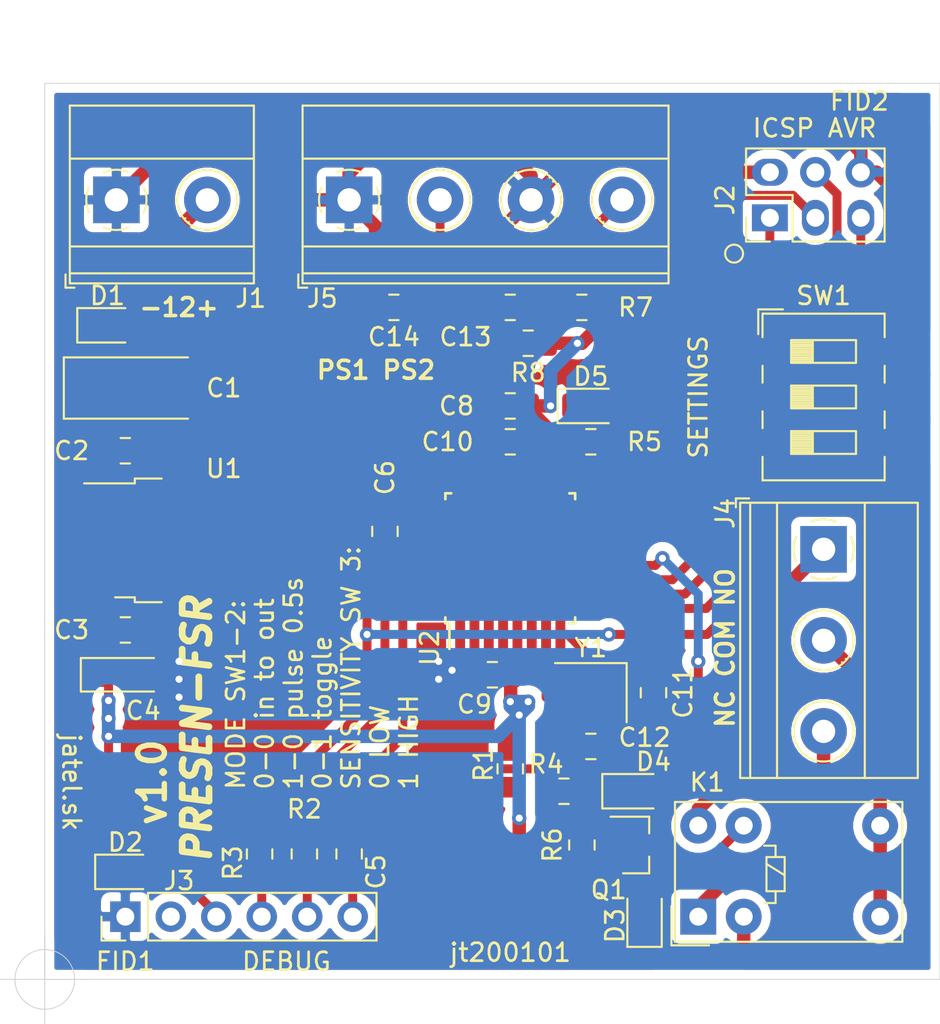
<source format=kicad_pcb>
(kicad_pcb (version 20171130) (host pcbnew 5.1.5-52549c5~84~ubuntu18.04.1)
  (title_block (title PRESEN-FSR) (date 2020-01-03) (rev 0) (company jatel) (comment 1 "Conrad Pressure sensor") (comment 2 "Type - FSR"))
  (layers (0 F.Cu signal hide) (31 B.Cu signal hide) (34 B.Paste user) (35 F.Paste user) (36 B.SilkS user) (37 F.SilkS user) (38 B.Mask user) (39 F.Mask user) (44 Edge.Cuts user))
  (net 0 "")
  (net 1 GND)
  (net 2 "Net-(C1-Pad1)")
  (net 3 +5V)
  (net 4 /RESET)
  (net 5 "Net-(C5-Pad1)")
  (net 6 "Net-(C10-Pad1)")
  (net 7 "Net-(C11-Pad1)")
  (net 8 "Net-(C12-Pad1)")
  (net 9 /A0)
  (net 10 /A1)
  (net 11 "Net-(D1-Pad2)")
  (net 12 "Net-(D2-Pad2)")
  (net 13 "Net-(D3-Pad2)")
  (net 14 /D8)
  (net 15 "Net-(D4-Pad1)")
  (net 16 "Net-(D5-Pad2)")
  (net 17 /MOSI)
  (net 18 /D13-SCK)
  (net 19 /MISO)
  (net 20 "Net-(J3-Pad5)")
  (net 21 "Net-(J3-Pad4)")
  (net 22 "Net-(J3-Pad2)")
  (net 23 /NC)
  (net 24 /COM)
  (net 25 /NO)
  (net 26 "Net-(Q1-Pad1)")
  (net 27 /Tx0)
  (net 28 /Rx0)
  (net 29 /D7)
  (net 30 /D6)
  (net 31 /D5)
  (net 32 "Net-(U2-Pad32)")
  (net 33 "Net-(U2-Pad28)")
  (net 34 "Net-(U2-Pad27)")
  (net 35 "Net-(U2-Pad26)")
  (net 36 "Net-(U2-Pad25)")
  (net 37 "Net-(U2-Pad22)")
  (net 38 "Net-(U2-Pad19)")
  (net 39 "Net-(U2-Pad14)")
  (net 40 "Net-(U2-Pad13)")
  (net 41 "Net-(U2-Pad2)")
  (net 42 "Net-(U2-Pad1)")
  (module Fiducial:Fiducial_1mm_Mask2mm (layer F.Cu) (at 77.5 110.5)
    (fp_text reference FID2 (at -3 -0.5) (layer F.SilkS))
    (fp_text value Fiducial)
    (pad "" smd circle (at 0 0) (size 1 1) (layers F.Cu F.Mask) (clearance 0.5))
  )
  (module Fiducial:Fiducial_1mm_Mask2mm (layer F.Cu) (at 30.5 157.5)
    (fp_text reference FID1 (at 3 0.5) (layer F.SilkS))
    (fp_text value Fiducial)
    (pad "" smd circle (at 0 0) (size 1 1) (layers F.Cu F.Mask) (clearance 0.5))
  )
  (module Crystal:Crystal_SMD_3225-4Pin_3.2x2.5mm (layer F.Cu) (at 59.5 143 180)
    (fp_text reference Y1 (at 0 2.5) (layer F.SilkS))
    (fp_text value 16Mhz)
    (pad 4 smd roundrect (at -1.1 -0.85 180) (size 1.4 1.2) (layers F.Cu F.Paste F.Mask) (net 1 GND))
    (pad 3 smd roundrect (at 1.1 -0.85 180) (size 1.4 1.2) (layers F.Cu F.Paste F.Mask) (net 8 "Net-(C12-Pad1)"))
    (pad 2 smd roundrect (at 1.1 0.85 180) (size 1.4 1.2) (layers F.Cu F.Paste F.Mask) (net 1 GND))
    (pad 1 smd roundrect (at -1.1 0.85 180) (size 1.4 1.2) (layers F.Cu F.Paste F.Mask) (net 7 "Net-(C11-Pad1)"))
  )
  (module Package_QFP:TQFP-32_7x7mm_P0.8mm (layer F.Cu) (at 55 135.5 90)
    (fp_text reference U2 (at -5 -4.5 90) (layer F.SilkS))
    (fp_text value ATmega328-AU)
    (pad 32 smd rect (at -2.8 -4.25 180) (size 1.6 0.55) (layers F.Cu F.Paste F.Mask) (net 32 "Net-(U2-Pad32)"))
    (pad 31 smd rect (at -2 -4.25 180) (size 1.6 0.55) (layers F.Cu F.Paste F.Mask) (net 27 /Tx0))
    (pad 30 smd rect (at -1.2 -4.25 180) (size 1.6 0.55) (layers F.Cu F.Paste F.Mask) (net 28 /Rx0))
    (pad 29 smd rect (at -0.4 -4.25 180) (size 1.6 0.55) (layers F.Cu F.Paste F.Mask) (net 4 /RESET))
    (pad 28 smd rect (at 0.4 -4.25 180) (size 1.6 0.55) (layers F.Cu F.Paste F.Mask) (net 33 "Net-(U2-Pad28)"))
    (pad 27 smd rect (at 1.2 -4.25 180) (size 1.6 0.55) (layers F.Cu F.Paste F.Mask) (net 34 "Net-(U2-Pad27)"))
    (pad 26 smd rect (at 2 -4.25 180) (size 1.6 0.55) (layers F.Cu F.Paste F.Mask) (net 35 "Net-(U2-Pad26)"))
    (pad 25 smd rect (at 2.8 -4.25 180) (size 1.6 0.55) (layers F.Cu F.Paste F.Mask) (net 36 "Net-(U2-Pad25)"))
    (pad 24 smd rect (at 4.25 -2.8 90) (size 1.6 0.55) (layers F.Cu F.Paste F.Mask) (net 10 /A1))
    (pad 23 smd rect (at 4.25 -2 90) (size 1.6 0.55) (layers F.Cu F.Paste F.Mask) (net 9 /A0))
    (pad 22 smd rect (at 4.25 -1.2 90) (size 1.6 0.55) (layers F.Cu F.Paste F.Mask) (net 37 "Net-(U2-Pad22)"))
    (pad 21 smd rect (at 4.25 -0.4 90) (size 1.6 0.55) (layers F.Cu F.Paste F.Mask) (net 1 GND))
    (pad 20 smd rect (at 4.25 0.4 90) (size 1.6 0.55) (layers F.Cu F.Paste F.Mask) (net 6 "Net-(C10-Pad1)"))
    (pad 19 smd rect (at 4.25 1.2 90) (size 1.6 0.55) (layers F.Cu F.Paste F.Mask) (net 38 "Net-(U2-Pad19)"))
    (pad 18 smd rect (at 4.25 2 90) (size 1.6 0.55) (layers F.Cu F.Paste F.Mask) (net 3 +5V))
    (pad 17 smd rect (at 4.25 2.8 90) (size 1.6 0.55) (layers F.Cu F.Paste F.Mask) (net 18 /D13-SCK))
    (pad 16 smd rect (at 2.8 4.25 180) (size 1.6 0.55) (layers F.Cu F.Paste F.Mask) (net 19 /MISO))
    (pad 15 smd rect (at 2 4.25 180) (size 1.6 0.55) (layers F.Cu F.Paste F.Mask) (net 17 /MOSI))
    (pad 14 smd rect (at 1.2 4.25 180) (size 1.6 0.55) (layers F.Cu F.Paste F.Mask) (net 39 "Net-(U2-Pad14)"))
    (pad 13 smd rect (at 0.4 4.25 180) (size 1.6 0.55) (layers F.Cu F.Paste F.Mask) (net 40 "Net-(U2-Pad13)"))
    (pad 12 smd rect (at -0.4 4.25 180) (size 1.6 0.55) (layers F.Cu F.Paste F.Mask) (net 14 /D8))
    (pad 11 smd rect (at -1.2 4.25 180) (size 1.6 0.55) (layers F.Cu F.Paste F.Mask) (net 29 /D7))
    (pad 10 smd rect (at -2 4.25 180) (size 1.6 0.55) (layers F.Cu F.Paste F.Mask) (net 30 /D6))
    (pad 9 smd rect (at -2.8 4.25 180) (size 1.6 0.55) (layers F.Cu F.Paste F.Mask) (net 31 /D5))
    (pad 8 smd rect (at -4.25 2.8 90) (size 1.6 0.55) (layers F.Cu F.Paste F.Mask) (net 7 "Net-(C11-Pad1)"))
    (pad 7 smd rect (at -4.25 2 90) (size 1.6 0.55) (layers F.Cu F.Paste F.Mask) (net 8 "Net-(C12-Pad1)"))
    (pad 6 smd rect (at -4.25 1.2 90) (size 1.6 0.55) (layers F.Cu F.Paste F.Mask) (net 3 +5V))
    (pad 5 smd rect (at -4.25 0.4 90) (size 1.6 0.55) (layers F.Cu F.Paste F.Mask) (net 1 GND))
    (pad 4 smd rect (at -4.25 -0.4 90) (size 1.6 0.55) (layers F.Cu F.Paste F.Mask) (net 3 +5V))
    (pad 3 smd rect (at -4.25 -1.2 90) (size 1.6 0.55) (layers F.Cu F.Paste F.Mask) (net 1 GND))
    (pad 2 smd rect (at -4.25 -2 90) (size 1.6 0.55) (layers F.Cu F.Paste F.Mask) (net 41 "Net-(U2-Pad2)"))
    (pad 1 smd rect (at -4.25 -2.8 90) (size 1.6 0.55) (layers F.Cu F.Paste F.Mask) (net 42 "Net-(U2-Pad1)"))
  )
  (module Package_TO_SOT_SMD:TO-252-2 (layer F.Cu) (at 36.5 134.5)
    (fp_text reference U1 (at 2.5 -4) (layer F.SilkS))
    (fp_text value L7805)
    (pad 2 smd rect (at 2.1 0) (size 6.4 5.8) (layers F.Cu F.Mask) (net 1 GND))
    (pad 3 smd rect (at -4.2 2.28) (size 2.2 1.2) (layers F.Cu F.Paste F.Mask) (net 3 +5V))
    (pad 1 smd rect (at -4.2 -2.28) (size 2.2 1.2) (layers F.Cu F.Paste F.Mask) (net 2 "Net-(C1-Pad1)"))
  )
  (module Button_Switch_SMD:SW_DIP_SPSTx03_Slide_6.7x9.18mm_W8.61mm_P2.54mm_LowProfile (layer F.Cu) (at 72.5 126.5)
    (fp_text reference SW1 (at 0 -5.65) (layer F.SilkS))
    (fp_text value SETTINGS)
    (pad 6 smd rect (at 4.305 -2.54) (size 2.44 1.12) (layers F.Cu F.Paste F.Mask) (net 1 GND))
    (pad 3 smd rect (at -4.305 2.54) (size 2.44 1.12) (layers F.Cu F.Paste F.Mask) (net 31 /D5))
    (pad 5 smd rect (at 4.305 0) (size 2.44 1.12) (layers F.Cu F.Paste F.Mask) (net 1 GND))
    (pad 2 smd rect (at -4.305 0) (size 2.44 1.12) (layers F.Cu F.Paste F.Mask) (net 30 /D6))
    (pad 4 smd rect (at 4.305 2.54) (size 2.44 1.12) (layers F.Cu F.Paste F.Mask) (net 1 GND))
    (pad 1 smd rect (at -4.305 -2.54) (size 2.44 1.12) (layers F.Cu F.Paste F.Mask) (net 29 /D7))
  )
  (module Resistor_SMD:R_0805_2012Metric_Pad1.15x1.40mm_HandSolder (layer F.Cu) (at 56 123.5 180)
    (fp_text reference R8 (at 0 -1.65) (layer F.SilkS))
    (fp_text value 1M)
    (pad 2 smd roundrect (at 1.025 0 180) (size 1.15 1.4) (layers F.Cu F.Paste F.Mask) (roundrect_rratio 0.217391) (net 10 /A1))
    (pad 1 smd roundrect (at -1.025 0 180) (size 1.15 1.4) (layers F.Cu F.Paste F.Mask) (roundrect_rratio 0.217391) (net 3 +5V))
  )
  (module Resistor_SMD:R_0805_2012Metric_Pad1.15x1.40mm_HandSolder (layer F.Cu) (at 59 121.5 180)
    (fp_text reference R7 (at -3 0) (layer F.SilkS))
    (fp_text value 1M)
    (pad 2 smd roundrect (at 1.025 0 180) (size 1.15 1.4) (layers F.Cu F.Paste F.Mask) (roundrect_rratio 0.217391) (net 9 /A0))
    (pad 1 smd roundrect (at -1.025 0 180) (size 1.15 1.4) (layers F.Cu F.Paste F.Mask) (roundrect_rratio 0.217391) (net 3 +5V))
  )
  (module Resistor_SMD:R_0805_2012Metric_Pad1.15x1.40mm_HandSolder (layer F.Cu) (at 59 151.5 90)
    (fp_text reference R6 (at 0 -1.65 90) (layer F.SilkS))
    (fp_text value 1k)
    (pad 2 smd roundrect (at 1.025 0 90) (size 1.15 1.4) (layers F.Cu F.Paste F.Mask) (roundrect_rratio 0.217391) (net 26 "Net-(Q1-Pad1)"))
    (pad 1 smd roundrect (at -1.025 0 90) (size 1.15 1.4) (layers F.Cu F.Paste F.Mask) (roundrect_rratio 0.217391) (net 1 GND))
  )
  (module Resistor_SMD:R_0805_2012Metric_Pad1.15x1.40mm_HandSolder (layer F.Cu) (at 59.5 129 180)
    (fp_text reference R5 (at -3 0) (layer F.SilkS))
    (fp_text value 1k)
    (pad 2 smd roundrect (at 1.025 0 180) (size 1.15 1.4) (layers F.Cu F.Paste F.Mask) (roundrect_rratio 0.217391) (net 18 /D13-SCK))
    (pad 1 smd roundrect (at -1.025 0 180) (size 1.15 1.4) (layers F.Cu F.Paste F.Mask) (roundrect_rratio 0.217391) (net 16 "Net-(D5-Pad2)"))
  )
  (module Resistor_SMD:R_0805_2012Metric_Pad1.15x1.40mm_HandSolder (layer F.Cu) (at 58 148.5)
    (fp_text reference R4 (at -1 -1.5) (layer F.SilkS))
    (fp_text value 1k)
    (pad 2 smd roundrect (at 1.025 0) (size 1.15 1.4) (layers F.Cu F.Paste F.Mask) (roundrect_rratio 0.217391) (net 15 "Net-(D4-Pad1)"))
    (pad 1 smd roundrect (at -1.025 0) (size 1.15 1.4) (layers F.Cu F.Paste F.Mask) (roundrect_rratio 0.217391) (net 26 "Net-(Q1-Pad1)"))
  )
  (module Resistor_SMD:R_0805_2012Metric_Pad1.15x1.40mm_HandSolder (layer F.Cu) (at 41 152 90)
    (fp_text reference R3 (at -0.5 -1.5 90) (layer F.SilkS))
    (fp_text value 1k)
    (pad 2 smd roundrect (at 1.025 0 90) (size 1.15 1.4) (layers F.Cu F.Paste F.Mask) (roundrect_rratio 0.217391) (net 28 /Rx0))
    (pad 1 smd roundrect (at -1.025 0 90) (size 1.15 1.4) (layers F.Cu F.Paste F.Mask) (roundrect_rratio 0.217391) (net 21 "Net-(J3-Pad4)"))
  )
  (module Resistor_SMD:R_0805_2012Metric_Pad1.15x1.40mm_HandSolder (layer F.Cu) (at 43.5 152 90)
    (fp_text reference R2 (at 2.5 0 180) (layer F.SilkS))
    (fp_text value 1k)
    (pad 2 smd roundrect (at 1.025 0 90) (size 1.15 1.4) (layers F.Cu F.Paste F.Mask) (roundrect_rratio 0.217391) (net 27 /Tx0))
    (pad 1 smd roundrect (at -1.025 0 90) (size 1.15 1.4) (layers F.Cu F.Paste F.Mask) (roundrect_rratio 0.217391) (net 20 "Net-(J3-Pad5)"))
  )
  (module Resistor_SMD:R_0805_2012Metric_Pad1.15x1.40mm_HandSolder (layer F.Cu) (at 55 147.25 270)
    (fp_text reference R1 (at -0.25 1.5 90) (layer F.SilkS))
    (fp_text value 1k)
    (pad 2 smd roundrect (at 1.025 0 270) (size 1.15 1.4) (layers F.Cu F.Paste F.Mask) (roundrect_rratio 0.217391) (net 4 /RESET))
    (pad 1 smd roundrect (at -1.025 0 270) (size 1.15 1.4) (layers F.Cu F.Paste F.Mask) (roundrect_rratio 0.217391) (net 3 +5V))
  )
  (module Package_TO_SOT_SMD:SOT-23 (layer F.Cu) (at 62 151.5)
    (fp_text reference Q1 (at -1.5 2.5) (layer F.SilkS))
    (fp_text value BC846)
    (pad 3 smd rect (at 1 0) (size 0.9 0.8) (layers F.Cu F.Paste F.Mask) (net 13 "Net-(D3-Pad2)"))
    (pad 2 smd rect (at -1 0.95) (size 0.9 0.8) (layers F.Cu F.Paste F.Mask) (net 1 GND))
    (pad 1 smd rect (at -1 -0.95) (size 0.9 0.8) (layers F.Cu F.Paste F.Mask) (net 26 "Net-(Q1-Pad1)"))
  )
  (module Relay_THT:Relay_SPDT_Omron_G5V-1 (layer F.Cu) (at 65.5 155.5 90)
    (fp_text reference K1 (at 7.5 0.5 180) (layer F.SilkS))
    (fp_text value G5V-1)
    (pad 5 thru_hole circle (at 0 10.16 90) (size 2 2) (drill 1) (layers *.Cu *.Mask) (net 24 /COM))
    (pad 6 thru_hole circle (at 5.08 10.16 90) (size 2 2) (drill 1) (layers *.Cu *.Mask) (net 24 /COM))
    (pad 2 thru_hole circle (at 0 2.54 90) (size 2 2) (drill 1) (layers *.Cu *.Mask) (net 3 +5V))
    (pad 1 thru_hole rect (at 0 0 90) (size 2 2) (drill 1) (layers *.Cu *.Mask) (net 23 /NC))
    (pad 9 thru_hole circle (at 5.08 2.54 90) (size 2 2) (drill 1) (layers *.Cu *.Mask) (net 13 "Net-(D3-Pad2)"))
    (pad 10 thru_hole circle (at 5.08 0 90) (size 2 2) (drill 1) (layers *.Cu *.Mask) (net 25 /NO))
  )
  (module TerminalBlock_Phoenix:TerminalBlock_Phoenix_MKDS-1,5-4-5.08_1x04_P5.08mm_Horizontal (layer F.Cu) (at 46 115.5)
    (fp_text reference J5 (at -1.5 5.5) (layer F.SilkS))
    (fp_text value 2xFSR)
    (pad 4 thru_hole circle (at 15.24 0) (size 2.6 2.6) (drill 1.3) (layers *.Cu *.Mask) (net 9 /A0))
    (pad 3 thru_hole circle (at 10.16 0) (size 2.6 2.6) (drill 1.3) (layers *.Cu *.Mask) (net 1 GND))
    (pad 2 thru_hole circle (at 5.08 0) (size 2.6 2.6) (drill 1.3) (layers *.Cu *.Mask) (net 10 /A1))
    (pad 1 thru_hole rect (at 0 0) (size 2.6 2.6) (drill 1.3) (layers *.Cu *.Mask) (net 1 GND))
  )
  (module TerminalBlock_Phoenix:TerminalBlock_Phoenix_MKDS-1,5-3-5.08_1x03_P5.08mm_Horizontal (layer F.Cu) (at 72.5 135 270)
    (fp_text reference J4 (at -2 5.5 90) (layer F.SilkS))
    (fp_text value OUT)
    (pad 3 thru_hole circle (at 10.16 0 270) (size 2.6 2.6) (drill 1.3) (layers *.Cu *.Mask) (net 23 /NC))
    (pad 2 thru_hole circle (at 5.08 0 270) (size 2.6 2.6) (drill 1.3) (layers *.Cu *.Mask) (net 24 /COM))
    (pad 1 thru_hole rect (at 0 0 270) (size 2.6 2.6) (drill 1.3) (layers *.Cu *.Mask) (net 25 /NO))
  )
  (module Connector_PinHeader_2.54mm:PinHeader_1x06_P2.54mm_Vertical (layer F.Cu) (at 33.5 155.5 90)
    (fp_text reference J3 (at 2 3 180) (layer F.SilkS))
    (fp_text value Debug)
    (pad 6 thru_hole oval (at 0 12.7 90) (size 1.7 1.7) (drill 1) (layers *.Cu *.Mask) (net 5 "Net-(C5-Pad1)"))
    (pad 5 thru_hole oval (at 0 10.16 90) (size 1.7 1.7) (drill 1) (layers *.Cu *.Mask) (net 20 "Net-(J3-Pad5)"))
    (pad 4 thru_hole oval (at 0 7.62 90) (size 1.7 1.7) (drill 1) (layers *.Cu *.Mask) (net 21 "Net-(J3-Pad4)"))
    (pad 3 thru_hole oval (at 0 5.08 90) (size 1.7 1.7) (drill 1) (layers *.Cu *.Mask) (net 12 "Net-(D2-Pad2)"))
    (pad 2 thru_hole oval (at 0 2.54 90) (size 1.7 1.7) (drill 1) (layers *.Cu *.Mask) (net 22 "Net-(J3-Pad2)"))
    (pad 1 thru_hole rect (at 0 0 90) (size 1.7 1.7) (drill 1) (layers *.Cu *.Mask) (net 1 GND))
  )
  (module Connector_PinHeader_2.54mm:PinHeader_2x03_P2.54mm_Vertical (layer F.Cu) (at 69.5 116.5 90)
    (fp_text reference J2 (at 1 -2.5 270) (layer F.SilkS))
    (fp_text value AVR-ISP-6)
    (pad 6 thru_hole oval (at 2.54 5.08 90) (size 1.7 1.7) (drill 1) (layers *.Cu *.Mask) (net 1 GND))
    (pad 5 thru_hole oval (at 0 5.08 90) (size 2 1.5) (drill 1) (layers *.Cu *.Mask) (net 4 /RESET))
    (pad 4 thru_hole oval (at 2.54 2.54 90) (size 1.7 1.7) (drill 1) (layers *.Cu *.Mask) (net 17 /MOSI))
    (pad 3 thru_hole oval (at 0 2.54 90) (size 2 1.5) (drill 1) (layers *.Cu *.Mask) (net 18 /D13-SCK))
    (pad 2 thru_hole oval (at 2.54 0 90) (size 1.5 2) (drill 1) (layers *.Cu *.Mask) (net 3 +5V))
    (pad 1 thru_hole rect (at 0 0 90) (size 1.5 2) (drill 1) (layers *.Cu *.Mask) (net 19 /MISO))
  )
  (module TerminalBlock_Phoenix:TerminalBlock_Phoenix_MKDS-1,5-2-5.08_1x02_P5.08mm_Horizontal (layer F.Cu) (at 33 115.5)
    (fp_text reference J1 (at 7.5 5.5) (layer F.SilkS))
    (fp_text value 12V)
    (pad 2 thru_hole circle (at 5.08 0) (size 2.6 2.6) (drill 1.3) (layers *.Cu *.Mask) (net 11 "Net-(D1-Pad2)"))
    (pad 1 thru_hole rect (at 0 0) (size 2.6 2.6) (drill 1.3) (layers *.Cu *.Mask) (net 1 GND))
  )
  (module LED_SMD:LED_0805_2012Metric_Pad1.15x1.40mm_HandSolder (layer F.Cu) (at 59.5 127)
    (fp_text reference D5 (at 0 -1.65) (layer F.SilkS))
    (fp_text value Grn)
    (pad 2 smd roundrect (at 1.025 0) (size 1.15 1.4) (layers F.Cu F.Paste F.Mask) (roundrect_rratio 0.217391) (net 16 "Net-(D5-Pad2)"))
    (pad 1 smd roundrect (at -1.025 0) (size 1.15 1.4) (layers F.Cu F.Paste F.Mask) (roundrect_rratio 0.217391) (net 1 GND))
  )
  (module LED_SMD:LED_0805_2012Metric_Pad1.15x1.40mm_HandSolder (layer F.Cu) (at 62 148.5)
    (fp_text reference D4 (at 1 -1.65) (layer F.SilkS))
    (fp_text value Red)
    (pad 2 smd roundrect (at 1.025 0) (size 1.15 1.4) (layers F.Cu F.Paste F.Mask) (roundrect_rratio 0.217391) (net 14 /D8))
    (pad 1 smd roundrect (at -1.025 0) (size 1.15 1.4) (layers F.Cu F.Paste F.Mask) (roundrect_rratio 0.217391) (net 15 "Net-(D4-Pad1)"))
  )
  (module Diode_SMD:D_0805_2012Metric (layer F.Cu) (at 62.5 155.5 90)
    (fp_text reference D3 (at -0.5 -1.65 90) (layer F.SilkS))
    (fp_text value TS4148)
    (pad 2 smd roundrect (at 0.9375 0 90) (size 0.975 1.4) (layers F.Cu F.Paste F.Mask) (net 13 "Net-(D3-Pad2)"))
    (pad 1 smd roundrect (at -0.9375 0 90) (size 0.975 1.4) (layers F.Cu F.Paste F.Mask) (net 3 +5V))
  )
  (module Diode_SMD:D_0805_2012Metric (layer F.Cu) (at 33.5 153)
    (fp_text reference D2 (at 0 -1.65) (layer F.SilkS))
    (fp_text value TS4148)
    (pad 2 smd roundrect (at 0.9375 0) (size 0.975 1.4) (layers F.Cu F.Paste F.Mask) (net 12 "Net-(D2-Pad2)"))
    (pad 1 smd roundrect (at -0.9375 0) (size 0.975 1.4) (layers F.Cu F.Paste F.Mask) (net 3 +5V))
  )
  (module Diode_SMD:D_0805_2012Metric (layer F.Cu) (at 32.5 122.5)
    (fp_text reference D1 (at 0 -1.65) (layer F.SilkS))
    (fp_text value TS4148)
    (pad 2 smd roundrect (at 0.9375 0) (size 0.975 1.4) (layers F.Cu F.Paste F.Mask) (net 11 "Net-(D1-Pad2)"))
    (pad 1 smd roundrect (at -0.9375 0) (size 0.975 1.4) (layers F.Cu F.Paste F.Mask) (net 2 "Net-(C1-Pad1)"))
  )
  (module Capacitor_SMD:C_0805_2012Metric_Pad1.15x1.40mm_HandSolder (layer F.Cu) (at 48.5 121.5 180)
    (fp_text reference C14 (at 0 -1.65) (layer F.SilkS))
    (fp_text value 1n)
    (pad 2 smd roundrect (at 1.025 0 180) (size 1.15 1.4) (layers F.Cu F.Paste F.Mask) (roundrect_rratio 0.217391) (net 1 GND))
    (pad 1 smd roundrect (at -1.025 0 180) (size 1.15 1.4) (layers F.Cu F.Paste F.Mask) (roundrect_rratio 0.217391) (net 10 /A1))
  )
  (module Capacitor_SMD:C_0805_2012Metric_Pad1.15x1.40mm_HandSolder (layer F.Cu) (at 55 121.5 180)
    (fp_text reference C13 (at 2.5 -1.65) (layer F.SilkS))
    (fp_text value 1n)
    (pad 2 smd roundrect (at 1.025 0 180) (size 1.15 1.4) (layers F.Cu F.Paste F.Mask) (roundrect_rratio 0.217391) (net 1 GND))
    (pad 1 smd roundrect (at -1.025 0 180) (size 1.15 1.4) (layers F.Cu F.Paste F.Mask) (roundrect_rratio 0.217391) (net 9 /A0))
  )
  (module Capacitor_SMD:C_0805_2012Metric_Pad1.15x1.40mm_HandSolder (layer F.Cu) (at 59.5 146)
    (fp_text reference C12 (at 3 -0.5) (layer F.SilkS))
    (fp_text value 22p)
    (pad 2 smd roundrect (at 1.025 0) (size 1.15 1.4) (layers F.Cu F.Paste F.Mask) (roundrect_rratio 0.217391) (net 1 GND))
    (pad 1 smd roundrect (at -1.025 0) (size 1.15 1.4) (layers F.Cu F.Paste F.Mask) (roundrect_rratio 0.217391) (net 8 "Net-(C12-Pad1)"))
  )
  (module Capacitor_SMD:C_0805_2012Metric_Pad1.15x1.40mm_HandSolder (layer F.Cu) (at 63 143 270)
    (fp_text reference C11 (at 0 -1.65 90) (layer F.SilkS))
    (fp_text value 22p)
    (pad 2 smd roundrect (at 1.025 0 270) (size 1.15 1.4) (layers F.Cu F.Paste F.Mask) (roundrect_rratio 0.217391) (net 1 GND))
    (pad 1 smd roundrect (at -1.025 0 270) (size 1.15 1.4) (layers F.Cu F.Paste F.Mask) (roundrect_rratio 0.217391) (net 7 "Net-(C11-Pad1)"))
  )
  (module Capacitor_SMD:C_0805_2012Metric_Pad1.15x1.40mm_HandSolder (layer F.Cu) (at 55 129 180)
    (fp_text reference C10 (at 3.5 0) (layer F.SilkS))
    (fp_text value 100n)
    (pad 2 smd roundrect (at 1.025 0 180) (size 1.15 1.4) (layers F.Cu F.Paste F.Mask) (roundrect_rratio 0.217391) (net 1 GND))
    (pad 1 smd roundrect (at -1.025 0 180) (size 1.15 1.4) (layers F.Cu F.Paste F.Mask) (roundrect_rratio 0.217391) (net 6 "Net-(C10-Pad1)"))
  )
  (module Capacitor_SMD:C_0805_2012Metric_Pad1.15x1.40mm_HandSolder (layer F.Cu) (at 54 142 180)
    (fp_text reference C9 (at 1 -1.65) (layer F.SilkS))
    (fp_text value 100n)
    (pad 2 smd roundrect (at 1.025 0 180) (size 1.15 1.4) (layers F.Cu F.Paste F.Mask) (roundrect_rratio 0.217391) (net 1 GND))
    (pad 1 smd roundrect (at -1.025 0 180) (size 1.15 1.4) (layers F.Cu F.Paste F.Mask) (roundrect_rratio 0.217391) (net 3 +5V))
  )
  (module Capacitor_SMD:C_0805_2012Metric_Pad1.15x1.40mm_HandSolder (layer F.Cu) (at 55 127 180)
    (fp_text reference C8 (at 3 0) (layer F.SilkS))
    (fp_text value 100n)
    (pad 2 smd roundrect (at 1.025 0 180) (size 1.15 1.4) (layers F.Cu F.Paste F.Mask) (roundrect_rratio 0.217391) (net 1 GND))
    (pad 1 smd roundrect (at -1.025 0 180) (size 1.15 1.4) (layers F.Cu F.Paste F.Mask) (roundrect_rratio 0.217391) (net 3 +5V))
  )
  (module Capacitor_SMD:C_0805_2012Metric_Pad1.15x1.40mm_HandSolder (layer F.Cu) (at 48 134 90)
    (fp_text reference C6 (at 3 0 90) (layer F.SilkS))
    (fp_text value 10n)
    (pad 2 smd roundrect (at 1.025 0 90) (size 1.15 1.4) (layers F.Cu F.Paste F.Mask) (roundrect_rratio 0.217391) (net 1 GND))
    (pad 1 smd roundrect (at -1.025 0 90) (size 1.15 1.4) (layers F.Cu F.Paste F.Mask) (roundrect_rratio 0.217391) (net 4 /RESET))
  )
  (module Capacitor_SMD:C_0805_2012Metric_Pad1.15x1.40mm_HandSolder (layer F.Cu) (at 46 152 90)
    (fp_text reference C5 (at -1 1.5 90) (layer F.SilkS))
    (fp_text value 100n)
    (pad 2 smd roundrect (at 1.025 0 90) (size 1.15 1.4) (layers F.Cu F.Paste F.Mask) (roundrect_rratio 0.217391) (net 4 /RESET))
    (pad 1 smd roundrect (at -1.025 0 90) (size 1.15 1.4) (layers F.Cu F.Paste F.Mask) (roundrect_rratio 0.217391) (net 5 "Net-(C5-Pad1)"))
  )
  (module Capacitor_Tantalum_SMD:CP_EIA-3216-12_Kemet-S_Pad1.58x1.35mm_HandSolder (layer F.Cu) (at 33.5 142)
    (fp_text reference C4 (at 1 2) (layer F.SilkS))
    (fp_text value 10u/10V)
    (pad 2 smd roundrect (at 1.4375 0) (size 1.575 1.35) (layers F.Cu F.Paste F.Mask) (roundrect_rratio 0.185185) (net 1 GND))
    (pad 1 smd roundrect (at -1.4375 0) (size 1.575 1.35) (layers F.Cu F.Paste F.Mask) (roundrect_rratio 0.185185) (net 3 +5V))
  )
  (module Capacitor_SMD:C_0805_2012Metric_Pad1.15x1.40mm_HandSolder (layer F.Cu) (at 33.5 139.5)
    (fp_text reference C3 (at -3 0) (layer F.SilkS))
    (fp_text value 100n)
    (pad 2 smd roundrect (at 1.025 0) (size 1.15 1.4) (layers F.Cu F.Paste F.Mask) (roundrect_rratio 0.217391) (net 1 GND))
    (pad 1 smd roundrect (at -1.025 0) (size 1.15 1.4) (layers F.Cu F.Paste F.Mask) (roundrect_rratio 0.217391) (net 3 +5V))
  )
  (module Capacitor_SMD:C_0805_2012Metric_Pad1.15x1.40mm_HandSolder (layer F.Cu) (at 33.5 129.5)
    (fp_text reference C2 (at -3 0) (layer F.SilkS))
    (fp_text value 100n)
    (pad 2 smd roundrect (at 1.025 0) (size 1.15 1.4) (layers F.Cu F.Paste F.Mask) (roundrect_rratio 0.217391) (net 1 GND))
    (pad 1 smd roundrect (at -1.025 0) (size 1.15 1.4) (layers F.Cu F.Paste F.Mask) (roundrect_rratio 0.217391) (net 2 "Net-(C1-Pad1)"))
  )
  (module Capacitor_Tantalum_SMD:CP_EIA-6032-20_AVX-F_Pad2.25x2.35mm_HandSolder (layer F.Cu) (at 34 126)
    (fp_text reference C1 (at 5 0) (layer F.SilkS))
    (fp_text value 10u/25V)
    (pad 2 smd roundrect (at 2.55 0) (size 2.25 2.35) (layers F.Cu F.Paste F.Mask) (roundrect_rratio 0.111111) (net 1 GND))
    (pad 1 smd roundrect (at -2.55 0) (size 2.25 2.35) (layers F.Cu F.Paste F.Mask) (roundrect_rratio 0.111111) (net 2 "Net-(C1-Pad1)"))
  )
  (gr_text jt200101 (at 55 157.5) (layer F.SilkS) (effects (font (size 1 1))))
  (gr_text "MODE SW1-2:\n0-0 in to out\n1-0 pulse 0.5s\n0-1 toggle\nSENSITIVITY SW 3:\n0 LOW\n1 HIGH" (at 44.5 148.5 90) (layer F.SilkS) (effects (font (size 1 1)) (justify left)))
  (gr_circle (center 67.5 118.5) (end 68 118.5) (layer F.SilkS) (width 0.12))
  (gr_text v1.0 (at 35 148 90) (layer F.SilkS) (effects (font (size 1.5 1.5) (thickness 0.3))))
  (gr_text jatel.sk (at 30.5 148 270) (layer F.SilkS) (effects (font (size 1 1))))
  (gr_text PRESEN-FSR (at 37.5 145 90) (layer F.SilkS) (effects (font (size 1.5 1.5) (thickness 0.375) italic)))
  (gr_text DEBUG (at 42.5 158) (layer F.SilkS) (effects (font (size 1 1))))
  (gr_text "ICSP AVR" (at 72 111.5) (layer F.SilkS) (effects (font (size 1 1))))
  (gr_text "NC COM NO" (at 67 140.5 90) (layer F.SilkS) (effects (font (size 1 1) (thickness 0.2))))
  (gr_text SETTINGS (at 65.5 126.5 90) (layer F.SilkS) (effects (font (size 1 1))))
  (gr_text "PS1 PS2" (at 47.5 125) (layer F.SilkS) (effects (font (size 1 1) (thickness 0.2))))
  (gr_text -12+ (at 36.5 121.5) (layer F.SilkS) (effects (font (size 1 1) (thickness 0.2))))
  (gr_line (start 29 109) (end 29 159) (layer Edge.Cuts) (width 0.05))
  (gr_line (start 79 109) (end 29 109) (layer Edge.Cuts) (width 0.05))
  (gr_line (start 79 159) (end 79 109) (layer Edge.Cuts) (width 0.05))
  (gr_line (start 29 159) (end 79 159) (layer Edge.Cuts) (width 0.05))
  (target plus (at 29 159) (size 5) (width 0.05) (layer Edge.Cuts))
  (via (at 36.5 141.25) (size 0.8) (drill 0.4) (layers F.Cu B.Cu) (net 1))
  (via (at 36.5 143.25) (size 0.8) (drill 0.4) (layers F.Cu B.Cu) (net 1))
  (via (at 51 141.25) (size 0.8) (drill 0.4) (layers F.Cu B.Cu) (net 1))
  (via (at 51 142.25) (size 0.8) (drill 0.4) (layers F.Cu B.Cu) (net 1))
  (via (at 51.75 141.75) (size 0.8) (drill 0.4) (layers F.Cu B.Cu) (net 1))
  (segment (start 33 115.5) (end 36 112.5) (width 0.75) (layer F.Cu) (net 1))
  (segment (start 36 112.5) (end 39.5 112.5) (width 0.75) (layer F.Cu) (net 1))
  (segment (start 39.5 112.5) (end 41 114) (width 0.75) (layer F.Cu) (net 1))
  (segment (start 41 121.55) (end 36.55 126) (width 0.75) (layer F.Cu) (net 1))
  (segment (start 36.55 127.475) (end 34.525 129.5) (width 0.75) (layer F.Cu) (net 1))
  (segment (start 36.55 126) (end 36.55 127.475) (width 0.75) (layer F.Cu) (net 1))
  (segment (start 38.6 133.575) (end 38.6 134.5) (width 0.75) (layer F.Cu) (net 1))
  (segment (start 34.525 129.5) (end 38.6 133.575) (width 0.75) (layer F.Cu) (net 1))
  (segment (start 38.6 135.425) (end 34.525 139.5) (width 0.75) (layer F.Cu) (net 1))
  (segment (start 38.6 134.5) (end 38.6 135.425) (width 0.75) (layer F.Cu) (net 1))
  (segment (start 34.9375 139.9125) (end 34.9375 142) (width 0.75) (layer F.Cu) (net 1))
  (segment (start 34.525 139.5) (end 34.9375 139.9125) (width 0.75) (layer F.Cu) (net 1))
  (segment (start 59.075 152.45) (end 59 152.525) (width 0.75) (layer F.Cu) (net 1))
  (segment (start 61 152.45) (end 59.075 152.45) (width 0.75) (layer F.Cu) (net 1))
  (segment (start 76.805 129.04) (end 76.805 115.305) (width 0.75) (layer F.Cu) (net 1))
  (segment (start 75.46 113.96) (end 74.58 113.96) (width 0.75) (layer F.Cu) (net 1))
  (segment (start 76.805 115.305) (end 75.46 113.96) (width 0.75) (layer F.Cu) (net 1))
  (segment (start 46 115.5) (end 46 114) (width 0.75) (layer F.Cu) (net 1))
  (segment (start 46 114) (end 47.5 112.5) (width 0.75) (layer F.Cu) (net 1))
  (segment (start 47.5 112.5) (end 54.5 112.5) (width 0.75) (layer F.Cu) (net 1))
  (segment (start 56.16 114.16) (end 56.16 115.5) (width 0.75) (layer F.Cu) (net 1))
  (segment (start 54.5 112.5) (end 56.16 114.16) (width 0.75) (layer F.Cu) (net 1))
  (segment (start 41 114) (end 41 115.5) (width 0.75) (layer F.Cu) (net 1))
  (segment (start 46 115.5) (end 41 115.5) (width 0.75) (layer F.Cu) (net 1))
  (segment (start 41 115.5) (end 41 121.55) (width 0.75) (layer F.Cu) (net 1))
  (segment (start 54.6 129.625) (end 53.975 129) (width 0.5) (layer F.Cu) (net 1))
  (segment (start 54.6 131.25) (end 54.6 129.625) (width 0.5) (layer F.Cu) (net 1))
  (segment (start 53.975 129) (end 53.975 127) (width 0.5) (layer F.Cu) (net 1))
  (segment (start 53.8 141.175) (end 53.8 139.75) (width 0.5) (layer F.Cu) (net 1))
  (segment (start 52.975 142) (end 53.8 141.175) (width 0.5) (layer F.Cu) (net 1))
  (segment (start 53.8 139.75) (end 53.8 138.45) (width 0.5) (layer F.Cu) (net 1))
  (segment (start 53.8 138.45) (end 54.25 138) (width 0.5) (layer F.Cu) (net 1))
  (segment (start 55.4 138.4) (end 55.4 139.75) (width 0.5) (layer F.Cu) (net 1))
  (segment (start 55 138) (end 55.4 138.4) (width 0.5) (layer F.Cu) (net 1))
  (segment (start 54.6 131.25) (end 54.6 137.85) (width 0.5) (layer F.Cu) (net 1))
  (segment (start 54.6 137.85) (end 54.75 138) (width 0.5) (layer F.Cu) (net 1))
  (segment (start 54.25 138) (end 54.75 138) (width 0.5) (layer F.Cu) (net 1))
  (segment (start 54.75 138) (end 55 138) (width 0.5) (layer F.Cu) (net 1))
  (segment (start 58.4 142.15) (end 58.65 142.15) (width 0.5) (layer F.Cu) (net 1))
  (segment (start 60.35 143.85) (end 60.6 143.85) (width 0.5) (layer F.Cu) (net 1))
  (segment (start 58.65 142.15) (end 60.35 143.85) (width 0.5) (layer F.Cu) (net 1))
  (segment (start 60.775 144.025) (end 60.6 143.85) (width 0.5) (layer F.Cu) (net 1))
  (segment (start 63 144.025) (end 60.775 144.025) (width 0.5) (layer F.Cu) (net 1))
  (segment (start 60.525 143.925) (end 60.6 143.85) (width 0.5) (layer F.Cu) (net 1))
  (segment (start 60.525 146) (end 60.525 143.925) (width 0.5) (layer F.Cu) (net 1))
  (segment (start 61 152.45) (end 62 151.45) (width 0.5) (layer F.Cu) (net 1))
  (segment (start 62 147.475) (end 60.525 146) (width 0.5) (layer F.Cu) (net 1))
  (segment (start 62 151.45) (end 62 147.475) (width 0.5) (layer F.Cu) (net 1))
  (segment (start 33.5 155.5) (end 33.5 145.25) (width 0.5) (layer F.Cu) (net 1))
  (segment (start 33.5 145.25) (end 34.9375 143.8125) (width 0.5) (layer F.Cu) (net 1))
  (segment (start 53.975 117.685) (end 56.16 115.5) (width 0.75) (layer F.Cu) (net 1))
  (segment (start 53.975 121.5) (end 53.975 117.685) (width 0.75) (layer F.Cu) (net 1))
  (segment (start 48 132.975) (end 48 131.75) (width 0.75) (layer F.Cu) (net 1))
  (segment (start 48 131.75) (end 47.5 131.25) (width 0.75) (layer F.Cu) (net 1))
  (segment (start 41.85 131.25) (end 38.6 134.5) (width 0.75) (layer F.Cu) (net 1))
  (segment (start 47.5 131.25) (end 41.85 131.25) (width 0.75) (layer F.Cu) (net 1))
  (segment (start 74.58 113.96) (end 74.58 112.83) (width 0.75) (layer F.Cu) (net 1))
  (segment (start 74.58 112.83) (end 73.25 111.5) (width 0.75) (layer F.Cu) (net 1))
  (segment (start 60.16 111.5) (end 56.16 115.5) (width 0.75) (layer F.Cu) (net 1))
  (segment (start 73.25 111.5) (end 60.16 111.5) (width 0.75) (layer F.Cu) (net 1))
  (segment (start 52.975 146.475) (end 52.975 142) (width 0.5) (layer F.Cu) (net 1))
  (segment (start 53.75 147.25) (end 52.975 146.475) (width 0.5) (layer F.Cu) (net 1))
  (segment (start 60.525 146) (end 60.525 146.225) (width 0.5) (layer F.Cu) (net 1))
  (segment (start 59.5 147.25) (end 53.75 147.25) (width 0.5) (layer F.Cu) (net 1))
  (segment (start 60.525 146.225) (end 59.5 147.25) (width 0.5) (layer F.Cu) (net 1))
  (segment (start 52 142) (end 51.75 141.75) (width 0.75) (layer F.Cu) (net 1))
  (segment (start 52.975 142) (end 52 142) (width 0.75) (layer F.Cu) (net 1))
  (segment (start 51.25 142.25) (end 51 142.25) (width 0.75) (layer F.Cu) (net 1))
  (segment (start 51.75 141.75) (end 51.25 142.25) (width 0.75) (layer F.Cu) (net 1))
  (segment (start 51 142.25) (end 51 141.25) (width 0.75) (layer F.Cu) (net 1))
  (segment (start 51.25 141.25) (end 51.75 141.75) (width 0.75) (layer F.Cu) (net 1))
  (segment (start 51 141.25) (end 51.25 141.25) (width 0.75) (layer F.Cu) (net 1))
  (via (at 36.5 142.25) (size 0.8) (drill 0.4) (layers F.Cu B.Cu) (net 1))
  (segment (start 51 142.25) (end 36.5 142.25) (width 0.75) (layer B.Cu) (net 1))
  (segment (start 36.5 141.25) (end 36.5 143.25) (width 0.75) (layer F.Cu) (net 1))
  (segment (start 35.6875 141.25) (end 34.9375 142) (width 0.75) (layer F.Cu) (net 1))
  (segment (start 36.5 141.25) (end 35.6875 141.25) (width 0.75) (layer F.Cu) (net 1))
  (segment (start 35.1875 142.25) (end 34.9375 142) (width 0.75) (layer F.Cu) (net 1))
  (segment (start 36.5 142.25) (end 35.1875 142.25) (width 0.75) (layer F.Cu) (net 1))
  (segment (start 36.5 143.25) (end 35 143.25) (width 0.75) (layer F.Cu) (net 1))
  (segment (start 34.9375 143.8125) (end 35 143.25) (width 0.5) (layer F.Cu) (net 1))
  (segment (start 35 143.25) (end 34.9375 142) (width 0.5) (layer F.Cu) (net 1))
  (segment (start 35 142.0625) (end 34.9375 142) (width 0.75) (layer F.Cu) (net 1))
  (segment (start 35 143.25) (end 35 142.0625) (width 0.75) (layer F.Cu) (net 1))
  (segment (start 36.5 141.25) (end 36.5 143.25) (width 0.75) (layer B.Cu) (net 1))
  (segment (start 51 142.25) (end 51 141.25) (width 0.75) (layer B.Cu) (net 1))
  (segment (start 51.25 141.25) (end 51.75 141.75) (width 0.75) (layer B.Cu) (net 1))
  (segment (start 51 141.25) (end 51.25 141.25) (width 0.75) (layer B.Cu) (net 1))
  (segment (start 51.25 142.25) (end 51.75 141.75) (width 0.75) (layer B.Cu) (net 1))
  (segment (start 51 142.25) (end 51.25 142.25) (width 0.75) (layer B.Cu) (net 1))
  (segment (start 53.975 126.025) (end 53.975 127) (width 0.5) (layer F.Cu) (net 1))
  (segment (start 58 125.5) (end 54.5 125.5) (width 0.5) (layer F.Cu) (net 1))
  (segment (start 54.5 125.5) (end 53.975 126.025) (width 0.5) (layer F.Cu) (net 1))
  (segment (start 58.475 127) (end 58.475 125.975) (width 0.5) (layer F.Cu) (net 1))
  (segment (start 58.475 125.975) (end 58 125.5) (width 0.5) (layer F.Cu) (net 1))
  (segment (start 47.475 116.975) (end 46 115.5) (width 0.75) (layer F.Cu) (net 1))
  (segment (start 47.475 121.5) (end 47.475 116.975) (width 0.75) (layer F.Cu) (net 1))
  (segment (start 31.5625 125.8875) (end 31.45 126) (width 0.75) (layer F.Cu) (net 2))
  (segment (start 31.5625 122.5) (end 31.5625 125.8875) (width 0.75) (layer F.Cu) (net 2))
  (segment (start 31.45 128.475) (end 32.475 129.5) (width 0.75) (layer F.Cu) (net 2))
  (segment (start 31.45 126) (end 31.45 128.475) (width 0.75) (layer F.Cu) (net 2))
  (segment (start 32.475 132.045) (end 32.3 132.22) (width 0.75) (layer F.Cu) (net 2))
  (segment (start 32.475 129.5) (end 32.475 132.045) (width 0.75) (layer F.Cu) (net 2))
  (via (at 57.25 127) (size 0.8) (drill 0.4) (layers F.Cu B.Cu) (net 3))
  (via (at 56 143.5) (size 0.8) (drill 0.4) (layers F.Cu B.Cu) (net 3))
  (via (at 55.5 144.25) (size 0.8) (drill 0.4) (layers F.Cu B.Cu) (net 3))
  (segment (start 32.3 141.7625) (end 32.0625 142) (width 0.75) (layer F.Cu) (net 3))
  (segment (start 32.3 136.78) (end 32.3 141.7625) (width 0.75) (layer F.Cu) (net 3))
  (segment (start 62.5 156.4375) (end 63.5625 157.5) (width 0.75) (layer F.Cu) (net 3))
  (segment (start 63.5625 157.5) (end 67.5 157.5) (width 0.75) (layer F.Cu) (net 3))
  (segment (start 68.04 156.96) (end 68.04 155.5) (width 0.75) (layer F.Cu) (net 3))
  (segment (start 67.5 157.5) (end 68.04 156.96) (width 0.75) (layer F.Cu) (net 3))
  (segment (start 57 131.25) (end 57 130) (width 0.5) (layer F.Cu) (net 3))
  (segment (start 57 130) (end 57.25 129.75) (width 0.5) (layer F.Cu) (net 3))
  (segment (start 57.25 128.225) (end 56.025 127) (width 0.5) (layer F.Cu) (net 3))
  (segment (start 57.25 129.75) (end 57.25 128.225) (width 0.5) (layer F.Cu) (net 3))
  (segment (start 54.6 141.575) (end 55.025 142) (width 0.5) (layer F.Cu) (net 3))
  (segment (start 54.6 139.75) (end 54.6 141.575) (width 0.5) (layer F.Cu) (net 3))
  (segment (start 56.2 140.825) (end 55.025 142) (width 0.5) (layer F.Cu) (net 3))
  (segment (start 56.2 139.75) (end 56.2 140.825) (width 0.5) (layer F.Cu) (net 3))
  (segment (start 57 131.25) (end 57 134.5) (width 0.5) (layer F.Cu) (net 3))
  (segment (start 56.2 135.3) (end 56.2 139.75) (width 0.5) (layer F.Cu) (net 3))
  (segment (start 57 134.5) (end 56.2 135.3) (width 0.5) (layer F.Cu) (net 3))
  (segment (start 32.5625 142.5) (end 32.0625 142) (width 0.5) (layer F.Cu) (net 3))
  (segment (start 32.5625 153) (end 32.5625 145.4375) (width 0.5) (layer F.Cu) (net 3))
  (segment (start 32.5625 143.4375) (end 32.5625 142.5) (width 0.5) (layer F.Cu) (net 3))
  (via (at 32.5625 143.4375) (size 0.8) (drill 0.4) (layers F.Cu B.Cu) (net 3))
  (segment (start 32.5625 144.4375) (end 32.5625 143.4375) (width 0.5) (layer F.Cu) (net 3))
  (via (at 32.5625 144.4375) (size 0.8) (drill 0.4) (layers F.Cu B.Cu) (net 3))
  (segment (start 32.5625 145.4375) (end 32.5625 144.4375) (width 0.5) (layer F.Cu) (net 3))
  (via (at 32.5625 145.4375) (size 0.8) (drill 0.4) (layers F.Cu B.Cu) (net 3))
  (via (at 55 143.5) (size 0.8) (drill 0.4) (layers F.Cu B.Cu) (net 3))
  (segment (start 55.025 143.475) (end 55.025 142) (width 0.75) (layer F.Cu) (net 3))
  (segment (start 55 143.5) (end 55.025 143.475) (width 0.75) (layer F.Cu) (net 3))
  (segment (start 56 143.75) (end 55.5 144.25) (width 0.75) (layer F.Cu) (net 3))
  (segment (start 56 143.5) (end 56 143.75) (width 0.75) (layer F.Cu) (net 3))
  (segment (start 55 143.5) (end 56 143.5) (width 0.75) (layer F.Cu) (net 3))
  (segment (start 55.5 144) (end 55 143.5) (width 0.75) (layer F.Cu) (net 3))
  (segment (start 55.5 144.25) (end 55.5 144) (width 0.75) (layer F.Cu) (net 3))
  (segment (start 55 143.5) (end 56 143.5) (width 0.75) (layer B.Cu) (net 3))
  (segment (start 56 143.75) (end 55.5 144.25) (width 0.75) (layer B.Cu) (net 3))
  (segment (start 56 143.5) (end 56 143.75) (width 0.75) (layer B.Cu) (net 3))
  (segment (start 55 143.75) (end 55.5 144.25) (width 0.75) (layer B.Cu) (net 3))
  (segment (start 55 143.5) (end 55 143.75) (width 0.75) (layer B.Cu) (net 3))
  (segment (start 55 143.75) (end 55.5 144.25) (width 0.75) (layer F.Cu) (net 3))
  (segment (start 55 143.5) (end 55 143.75) (width 0.75) (layer F.Cu) (net 3))
  (segment (start 32.5625 143.4375) (end 32.5625 145.4375) (width 0.75) (layer B.Cu) (net 3))
  (segment (start 55 144.75) (end 55.5 144.25) (width 0.75) (layer F.Cu) (net 3))
  (segment (start 55 146.225) (end 55 144.75) (width 0.75) (layer F.Cu) (net 3))
  (via (at 55.5 150) (size 0.8) (drill 0.4) (layers F.Cu B.Cu) (net 3))
  (segment (start 55.5 144.25) (end 55.5 150) (width 0.75) (layer B.Cu) (net 3))
  (segment (start 55.5 150) (end 55.5 152.25) (width 0.75) (layer F.Cu) (net 3))
  (segment (start 59.6875 156.4375) (end 62.5 156.4375) (width 0.75) (layer F.Cu) (net 3))
  (segment (start 55.5 152.25) (end 59.6875 156.4375) (width 0.75) (layer F.Cu) (net 3))
  (segment (start 54.3125 145.4375) (end 55.5 144.25) (width 0.75) (layer B.Cu) (net 3))
  (segment (start 32.5625 145.4375) (end 54.3125 145.4375) (width 0.75) (layer B.Cu) (net 3))
  (segment (start 67.565 113.96) (end 69.5 113.96) (width 0.75) (layer F.Cu) (net 3))
  (segment (start 60.025 121.5) (end 67.565 113.96) (width 0.75) (layer F.Cu) (net 3))
  (segment (start 57.025 123.5) (end 58.75 123.5) (width 0.75) (layer F.Cu) (net 3))
  (segment (start 60.025 122.475) (end 60.025 121.5) (width 0.75) (layer F.Cu) (net 3))
  (segment (start 59 123.5) (end 60.025 122.475) (width 0.75) (layer F.Cu) (net 3))
  (segment (start 58.75 123.5) (end 59 123.5) (width 0.75) (layer F.Cu) (net 3))
  (via (at 58.75 123.5) (size 0.8) (drill 0.4) (layers F.Cu B.Cu) (net 3))
  (segment (start 57.25 127) (end 56.025 127) (width 0.75) (layer F.Cu) (net 3))
  (segment (start 57.25 127) (end 57.25 125) (width 0.75) (layer B.Cu) (net 3))
  (segment (start 57.25 125) (end 58.75 123.5) (width 0.75) (layer B.Cu) (net 3))
  (segment (start 48.875 135.9) (end 48 135.025) (width 0.5) (layer F.Cu) (net 4))
  (segment (start 50.75 135.9) (end 48.875 135.9) (width 0.5) (layer F.Cu) (net 4))
  (segment (start 46 150.975) (end 44.975 152) (width 0.5) (layer F.Cu) (net 4))
  (segment (start 44.975 152) (end 39.75 152) (width 0.5) (layer F.Cu) (net 4))
  (segment (start 39.75 152) (end 39.5 151.75) (width 0.5) (layer F.Cu) (net 4))
  (segment (start 39.5 151.75) (end 39.5 150.25) (width 0.5) (layer F.Cu) (net 4))
  (segment (start 39.5 150.25) (end 40.25 149.5) (width 0.5) (layer F.Cu) (net 4))
  (segment (start 40.25 149.5) (end 41.25 149.5) (width 0.5) (layer F.Cu) (net 4))
  (segment (start 41.25 149.5) (end 47 143.75) (width 0.5) (layer F.Cu) (net 4))
  (segment (start 74.58 116.5) (end 74.58 119.92) (width 0.5) (layer F.Cu) (net 4))
  (segment (start 74.58 119.92) (end 72.25 122.25) (width 0.5) (layer F.Cu) (net 4))
  (segment (start 72.25 122.25) (end 72.25 130.75) (width 0.5) (layer F.Cu) (net 4))
  (segment (start 72.25 130.75) (end 69.75 133.25) (width 0.5) (layer F.Cu) (net 4))
  (segment (start 69.75 133.25) (end 69.75 136) (width 0.5) (layer F.Cu) (net 4))
  (segment (start 69.75 136) (end 66 139.75) (width 0.5) (layer F.Cu) (net 4))
  (via (at 60.5 139.75) (size 0.8) (drill 0.4) (layers F.Cu B.Cu) (net 4))
  (segment (start 66 139.75) (end 60.5 139.75) (width 0.5) (layer F.Cu) (net 4))
  (segment (start 60.5 139.75) (end 47 139.75) (width 0.5) (layer B.Cu) (net 4))
  (segment (start 47 143.75) (end 47 139.75) (width 0.5) (layer F.Cu) (net 4))
  (via (at 47 139.75) (size 0.8) (drill 0.4) (layers F.Cu B.Cu) (net 4))
  (segment (start 48.7 148.275) (end 46 150.975) (width 0.5) (layer F.Cu) (net 4))
  (segment (start 55 148.275) (end 48.7 148.275) (width 0.5) (layer F.Cu) (net 4))
  (segment (start 47 136.025) (end 48 135.025) (width 0.5) (layer F.Cu) (net 4))
  (segment (start 47 139.75) (end 47 136.025) (width 0.5) (layer F.Cu) (net 4))
  (segment (start 46.2 153.225) (end 46 153.025) (width 0.5) (layer F.Cu) (net 5))
  (segment (start 46.2 155.5) (end 46.2 153.225) (width 0.5) (layer F.Cu) (net 5))
  (segment (start 55.4 129.625) (end 56.025 129) (width 0.5) (layer F.Cu) (net 6))
  (segment (start 55.4 131.25) (end 55.4 129.625) (width 0.5) (layer F.Cu) (net 6))
  (segment (start 62.825 142.15) (end 63 141.975) (width 0.5) (layer F.Cu) (net 7))
  (segment (start 60.6 142.15) (end 62.825 142.15) (width 0.5) (layer F.Cu) (net 7))
  (segment (start 58.2 139.75) (end 60.6 142.15) (width 0.5) (layer F.Cu) (net 7))
  (segment (start 57.8 139.75) (end 58.2 139.75) (width 0.5) (layer F.Cu) (net 7))
  (segment (start 58.475 143.925) (end 58.4 143.85) (width 0.5) (layer F.Cu) (net 8))
  (segment (start 58.475 146) (end 58.475 143.925) (width 0.5) (layer F.Cu) (net 8))
  (segment (start 57 139.75) (end 57 143.25) (width 0.5) (layer F.Cu) (net 8))
  (segment (start 57.6 143.85) (end 58.4 143.85) (width 0.5) (layer F.Cu) (net 8))
  (segment (start 57 143.25) (end 57.6 143.85) (width 0.5) (layer F.Cu) (net 8))
  (segment (start 56.025 121.5) (end 57.975 121.5) (width 0.5) (layer F.Cu) (net 9))
  (segment (start 57.975 118.765) (end 61.24 115.5) (width 0.5) (layer F.Cu) (net 9))
  (segment (start 57.975 121.5) (end 57.975 118.765) (width 0.5) (layer F.Cu) (net 9))
  (segment (start 53 131.25) (end 53 130) (width 0.5) (layer F.Cu) (net 9))
  (segment (start 53 130) (end 52.75 129.75) (width 0.5) (layer F.Cu) (net 9))
  (segment (start 52.75 129.75) (end 52.75 125.75) (width 0.5) (layer F.Cu) (net 9))
  (segment (start 56.025 122.475) (end 56.025 121.5) (width 0.5) (layer F.Cu) (net 9))
  (segment (start 56.025 122.475) (end 56 122.5) (width 0.5) (layer F.Cu) (net 9))
  (segment (start 56 122.5) (end 56 124.5) (width 0.5) (layer F.Cu) (net 9))
  (segment (start 56 124.5) (end 55.75 124.75) (width 0.5) (layer F.Cu) (net 9))
  (segment (start 53.75 124.75) (end 52.75 125.75) (width 0.5) (layer F.Cu) (net 9))
  (segment (start 55.75 124.75) (end 53.75 124.75) (width 0.5) (layer F.Cu) (net 9))
  (segment (start 52.2 131.25) (end 52.2 130.2) (width 0.5) (layer F.Cu) (net 10))
  (segment (start 52.2 130.2) (end 51.75 129.75) (width 0.5) (layer F.Cu) (net 10))
  (segment (start 51.75 129.75) (end 51.75 126.75) (width 0.5) (layer F.Cu) (net 10))
  (segment (start 54.975 123.5) (end 53.75 123.5) (width 0.5) (layer F.Cu) (net 10))
  (segment (start 51.75 125.5) (end 51.75 126.75) (width 0.5) (layer F.Cu) (net 10))
  (segment (start 53.75 123.5) (end 51.75 125.5) (width 0.5) (layer F.Cu) (net 10))
  (segment (start 51.08 119.945) (end 49.525 121.5) (width 0.5) (layer F.Cu) (net 10))
  (segment (start 51.08 115.5) (end 51.08 119.945) (width 0.5) (layer F.Cu) (net 10))
  (segment (start 49.525 123.275) (end 51.75 125.5) (width 0.5) (layer F.Cu) (net 10))
  (segment (start 49.525 121.5) (end 49.525 123.275) (width 0.5) (layer F.Cu) (net 10))
  (segment (start 33.4375 120.1425) (end 38.08 115.5) (width 0.75) (layer F.Cu) (net 11))
  (segment (start 33.4375 122.5) (end 33.4375 120.1425) (width 0.75) (layer F.Cu) (net 11))
  (segment (start 38.58 155.5) (end 38.58 155.33) (width 0.5) (layer F.Cu) (net 12))
  (segment (start 36.25 153) (end 34.4375 153) (width 0.5) (layer F.Cu) (net 12))
  (segment (start 38.58 155.33) (end 36.25 153) (width 0.5) (layer F.Cu) (net 12))
  (segment (start 62.5 152) (end 63 151.5) (width 0.5) (layer F.Cu) (net 13))
  (segment (start 62.5 154.5625) (end 62.5 152) (width 0.5) (layer F.Cu) (net 13))
  (segment (start 63 151.5) (end 64 152.5) (width 0.5) (layer F.Cu) (net 13))
  (segment (start 65.96 152.5) (end 68.04 150.42) (width 0.5) (layer F.Cu) (net 13))
  (segment (start 64 152.5) (end 65.96 152.5) (width 0.5) (layer F.Cu) (net 13))
  (segment (start 63.025 148.5) (end 65.5 146.025) (width 0.5) (layer F.Cu) (net 14))
  (via (at 65.5 141.25) (size 0.8) (drill 0.4) (layers F.Cu B.Cu) (net 14))
  (segment (start 65.5 146.025) (end 65.5 141.25) (width 0.5) (layer F.Cu) (net 14))
  (via (at 63.5 135.5) (size 0.8) (drill 0.4) (layers F.Cu B.Cu) (net 14))
  (segment (start 65.5 141.25) (end 65.5 137.5) (width 0.5) (layer B.Cu) (net 14))
  (segment (start 65.5 137.5) (end 63.5 135.5) (width 0.5) (layer B.Cu) (net 14))
  (segment (start 63.1 135.9) (end 59.25 135.9) (width 0.5) (layer F.Cu) (net 14))
  (segment (start 63.5 135.5) (end 63.1 135.9) (width 0.5) (layer F.Cu) (net 14))
  (segment (start 60.975 148.5) (end 59.025 148.5) (width 0.5) (layer F.Cu) (net 15))
  (segment (start 60.525 129) (end 60.525 127) (width 0.5) (layer F.Cu) (net 16))
  (segment (start 59.25 133.5) (end 62.25 133.5) (width 0.5) (layer F.Cu) (net 17))
  (segment (start 62.25 133.5) (end 64 131.75) (width 0.5) (layer F.Cu) (net 17))
  (segment (start 64 131.75) (end 64 125) (width 0.5) (layer F.Cu) (net 17))
  (segment (start 64 125) (end 69.75 119.25) (width 0.5) (layer F.Cu) (net 17))
  (segment (start 69.75 119.25) (end 72 119.25) (width 0.5) (layer F.Cu) (net 17))
  (segment (start 72 119.25) (end 73.25 118) (width 0.5) (layer F.Cu) (net 17))
  (segment (start 73.25 115.17) (end 72.04 113.96) (width 0.5) (layer F.Cu) (net 17))
  (segment (start 73.25 118) (end 73.25 115.17) (width 0.5) (layer F.Cu) (net 17))
  (segment (start 57.8 131.25) (end 57.8 130.45) (width 0.5) (layer F.Cu) (net 18))
  (segment (start 58.475 129.775) (end 58.475 129) (width 0.5) (layer F.Cu) (net 18))
  (segment (start 57.8 130.45) (end 58.475 129.775) (width 0.5) (layer F.Cu) (net 18))
  (segment (start 61 131.25) (end 57.8 131.25) (width 0.5) (layer F.Cu) (net 18))
  (segment (start 62 130.25) (end 61 131.25) (width 0.5) (layer F.Cu) (net 18))
  (segment (start 70.79 115.25) (end 68 115.25) (width 0.5) (layer F.Cu) (net 18))
  (segment (start 67 119.25) (end 62 124.25) (width 0.5) (layer F.Cu) (net 18))
  (segment (start 72.04 116.5) (end 70.79 115.25) (width 0.5) (layer F.Cu) (net 18))
  (segment (start 68 115.25) (end 67 116.25) (width 0.5) (layer F.Cu) (net 18))
  (segment (start 67 116.25) (end 67 119.25) (width 0.5) (layer F.Cu) (net 18))
  (segment (start 62 124.25) (end 62 130.25) (width 0.5) (layer F.Cu) (net 18))
  (segment (start 69.5 116.5) (end 69.5 118) (width 0.5) (layer F.Cu) (net 19))
  (segment (start 69.5 118) (end 63 124.5) (width 0.5) (layer F.Cu) (net 19))
  (segment (start 63 124.5) (end 63 131.5) (width 0.5) (layer F.Cu) (net 19))
  (segment (start 61.8 132.7) (end 59.25 132.7) (width 0.5) (layer F.Cu) (net 19))
  (segment (start 63 131.5) (end 61.8 132.7) (width 0.5) (layer F.Cu) (net 19))
  (segment (start 43.66 153.185) (end 43.5 153.025) (width 0.5) (layer F.Cu) (net 20))
  (segment (start 43.66 155.5) (end 43.66 153.185) (width 0.5) (layer F.Cu) (net 20))
  (segment (start 41.12 153.145) (end 41 153.025) (width 0.5) (layer F.Cu) (net 21))
  (segment (start 41.12 155.5) (end 41.12 153.145) (width 0.5) (layer F.Cu) (net 21))
  (segment (start 72.5 145.16) (end 72.5 150.5) (width 0.75) (layer F.Cu) (net 23))
  (segment (start 72.5 150.5) (end 69.5 153.5) (width 0.75) (layer F.Cu) (net 23))
  (segment (start 69.5 153.5) (end 67 153.5) (width 0.75) (layer F.Cu) (net 23))
  (segment (start 65.5 155) (end 65.5 155.5) (width 0.75) (layer F.Cu) (net 23))
  (segment (start 67 153.5) (end 65.5 155) (width 0.75) (layer F.Cu) (net 23))
  (segment (start 75.66 155.5) (end 75.66 150.42) (width 0.75) (layer F.Cu) (net 24))
  (segment (start 75.66 143.24) (end 72.5 140.08) (width 0.75) (layer F.Cu) (net 24))
  (segment (start 75.66 150.42) (end 75.66 143.24) (width 0.75) (layer F.Cu) (net 24))
  (segment (start 65.5 150.42) (end 65.5 149.5) (width 0.75) (layer F.Cu) (net 25))
  (segment (start 65.5 149.5) (end 69.5 145.5) (width 0.75) (layer F.Cu) (net 25))
  (segment (start 69.5 138) (end 72.5 135) (width 0.75) (layer F.Cu) (net 25))
  (segment (start 69.5 145.5) (end 69.5 138) (width 0.75) (layer F.Cu) (net 25))
  (segment (start 59.075 150.55) (end 59 150.475) (width 0.5) (layer F.Cu) (net 26))
  (segment (start 61 150.55) (end 59.075 150.55) (width 0.5) (layer F.Cu) (net 26))
  (segment (start 56.975 148.5) (end 56.975 149.475) (width 0.5) (layer F.Cu) (net 26))
  (segment (start 57.975 150.475) (end 59 150.475) (width 0.5) (layer F.Cu) (net 26))
  (segment (start 56.975 149.475) (end 57.975 150.475) (width 0.5) (layer F.Cu) (net 26))
  (segment (start 49 145.475) (end 43.5 150.975) (width 0.5) (layer F.Cu) (net 27))
  (segment (start 49 138) (end 49 145.475) (width 0.5) (layer F.Cu) (net 27))
  (segment (start 50.75 137.5) (end 49.5 137.5) (width 0.5) (layer F.Cu) (net 27))
  (segment (start 49.5 137.5) (end 49 138) (width 0.5) (layer F.Cu) (net 27))
  (segment (start 49.05 136.7) (end 50.75 136.7) (width 0.5) (layer F.Cu) (net 28))
  (segment (start 48 137.75) (end 49.05 136.7) (width 0.5) (layer F.Cu) (net 28))
  (segment (start 41 150.975) (end 48 143.975) (width 0.5) (layer F.Cu) (net 28))
  (segment (start 48 143.975) (end 48 137.75) (width 0.5) (layer F.Cu) (net 28))
  (segment (start 59.25 136.7) (end 64.05 136.7) (width 0.5) (layer F.Cu) (net 29))
  (segment (start 64.05 136.7) (end 65 135.75) (width 0.5) (layer F.Cu) (net 29))
  (segment (start 65 135.75) (end 65 126) (width 0.5) (layer F.Cu) (net 29))
  (segment (start 67.04 123.96) (end 68.195 123.96) (width 0.5) (layer F.Cu) (net 29))
  (segment (start 65 126) (end 67.04 123.96) (width 0.5) (layer F.Cu) (net 29))
  (segment (start 68.195 126.5) (end 66.75 126.5) (width 0.5) (layer F.Cu) (net 30))
  (segment (start 66.75 126.5) (end 66 127.25) (width 0.5) (layer F.Cu) (net 30))
  (segment (start 66 127.25) (end 66 136.25) (width 0.5) (layer F.Cu) (net 30))
  (segment (start 64.75 137.5) (end 59.25 137.5) (width 0.5) (layer F.Cu) (net 30))
  (segment (start 66 136.25) (end 64.75 137.5) (width 0.5) (layer F.Cu) (net 30))
  (segment (start 59.25 138.3) (end 65.95 138.3) (width 0.5) (layer F.Cu) (net 31))
  (segment (start 68.195 136.055) (end 68.195 129.04) (width 0.5) (layer F.Cu) (net 31))
  (segment (start 65.95 138.3) (end 68.195 136.055) (width 0.5) (layer F.Cu) (net 31))
  (zone (net 1) (net_name GND) (layer B.Cu) (connect_pads (clearance 0.508)) (min_thickness 0.254) (fill yes (arc_segments 32) (thermal_gap 0.508) (thermal_bridge_width 0.508))
    (polygon (pts (xy 78.5 158.5) (xy 29.5 158.5) (xy 29.5 109.5) (xy 78.5 109.5)))
  )
  (zone (net 1) (net_name GND) (layer F.Cu) (connect_pads (clearance 0.508)) (min_thickness 0.254) (fill yes (arc_segments 32) (thermal_gap 0.508) (thermal_bridge_width 0.508))
    (polygon (pts (xy 78.5 158.5) (xy 29.5 158.5) (xy 29.5 109.5) (xy 78.5 109.5)))
  )
)
</source>
